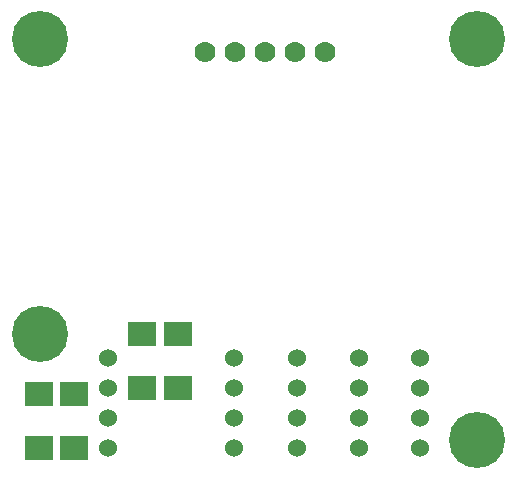
<source format=gbs>
G04 -- Generated By PCBWeb Designer*
%FSLAX24Y24*%
%MOIN*%
%OFA0B0*%
%SFA1.0B1.0*%
%AMROTRECT*21,1,$1,$2,0,0,$3*%
%AMROTOBLONG*1,1,$7,$1,$2*1,1,$7,$3,$4*21,1,$5,$6,0,0,$8*%
%ADD10C,0.025*%
%ADD11C,0.05*%
%ADD12C,0.028*%
%ADD13C,0.06*%
%ADD14C,0.006*%
%ADD15C,0.008*%
%ADD16C,0.024*%
%ADD17C,0.035*%
%ADD18C,0.07*%
%ADD19R,0.055X0.0433*%
%ADD20R,0.065X0.0533*%
%ADD21C,0.1772*%
%ADD22C,0.128*%
%ADD23C,0.1872*%
%ADD24R,0.0276X0.0236*%
%ADD25R,0.0376X0.0336*%
%ADD26C,0.01*%
%ADD27C,0.0039*%
%ADD28C,0.0199*%
%ADD29R,0.0787X0.0276*%
%ADD30R,0.0887X0.0376*%
%ADD31R,0.0433X0.055*%
%ADD32R,0.0533X0.065*%
%ADD33C,0.0059*%
%ADD34R,0.085X0.07*%
%ADD35R,0.095X0.08*%
%ADD36C,0.0394*%
%ADD37C,0.0*%
%ADD38C,0.0258*%
%ADD39C,0.0059*%
%ADD40C,0.0098*%
%ADD41C,0.0276*%
G01*
%LNSTD*%
%LPD*%
G54D13*
X3051Y3937D03*
X3051Y2937D03*
X3051Y1937D03*
X3051Y937D03*
X13435Y935D03*
X13435Y1935D03*
X13435Y2935D03*
X13435Y3935D03*
X11418Y935D03*
X11418Y1935D03*
X11418Y2935D03*
X11418Y3935D03*
X9351Y935D03*
X9351Y1935D03*
X9351Y2935D03*
X9351Y3935D03*
X7235Y935D03*
X7235Y1935D03*
X7235Y2935D03*
X7235Y3935D03*
G54D18*
X10286Y14124D03*
X9286Y14124D03*
X8286Y14124D03*
X7286Y14124D03*
X6286Y14124D03*
G54D23*
X787Y4724D03*
X787Y14567D03*
X15354Y1181D03*
X15354Y14567D03*
G54D35*
X1919Y921D03*
X1919Y2721D03*
X738Y2721D03*
X738Y921D03*
X5364Y4739D03*
X5364Y2939D03*
X4183Y2939D03*
X4183Y4739D03*
M02*

</source>
